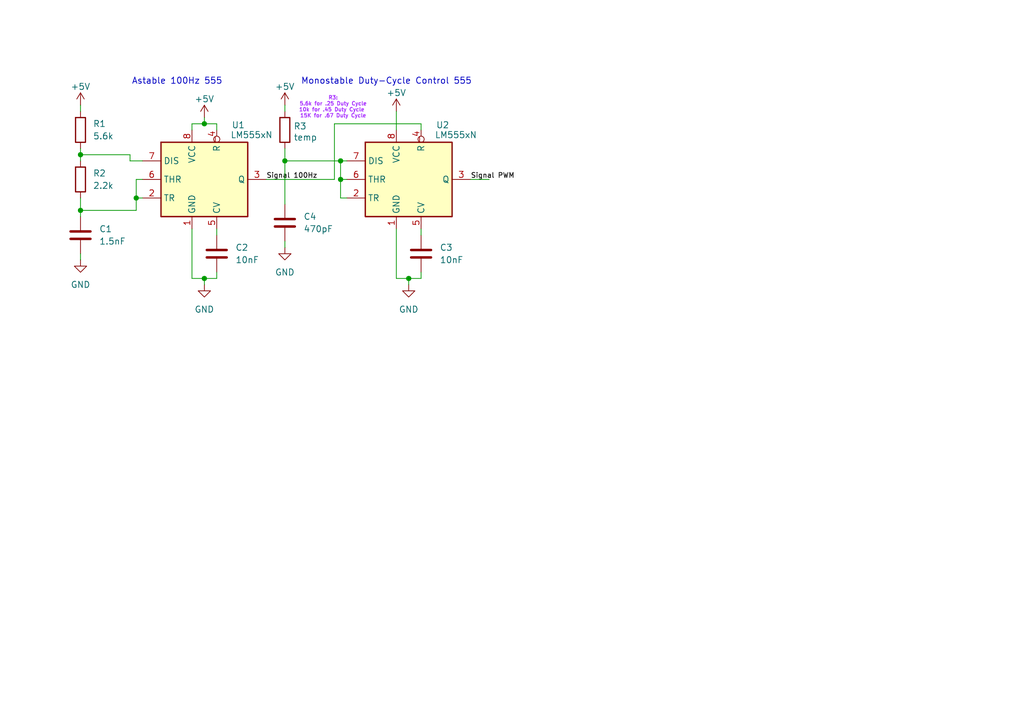
<source format=kicad_sch>
(kicad_sch (version 20250114) (generator "eeschema") (generator_version "9.0")
  (paper "A5")
  (title_block (title "Adjustable 555 PWM ") (date "2025-11-15") (company "Decker Electronics") (comment 1 "Iteration 1 ") (comment 2 "Iteration 2 "))
  (lib_symbols
    (symbol "Device:C" (pin_numbers (hide yes)) (pin_names (offset 0.254))
      (property "Reference" "C" (at 0.635 2.54 0))
      (property "Value" "C" (at 0.635 -2.54 0))
      (symbol "C_0_1"
        (polyline (pts (xy -2.032 0.762) (xy 2.032 0.762)) (stroke (width 0.508)))
        (polyline (pts (xy -2.032 -0.762) (xy 2.032 -0.762)) (stroke (width 0.508)))
      )
      (symbol "C_1_1"
        (pin passive line (at 0 3.81 270) (length 2.794) (name "~") (number "1"))
        (pin passive line (at 0 -3.81 90) (length 2.794) (name "~") (number "2"))
      )
    )
    (symbol "Device:R" (pin_numbers (hide yes)) (pin_names (offset 0))
      (property "Reference" "R" (at 2.032 0 90))
      (property "Value" "R" (at 0 0 90))
      (symbol "R_0_1"
        (rectangle (start -1.016 -2.54) (end 1.016 2.54) (stroke (width 0.254)))
      )
      (symbol "R_1_1"
        (pin passive line (at 0 3.81 270) (length 1.27) (name "~") (number "1"))
        (pin passive line (at 0 -3.81 90) (length 1.27) (name "~") (number "2"))
      )
    )
    (symbol "Timer:LM555xN"
      (property "Reference" "U1" (at 9.398 13.716 0))
      (property "Value" "LM555xN" (at 9.144 11.684 0))
      (symbol "LM555xN_0_0"
        (pin power_in line (at -2.54 10.16 270) (length 2.54) (name "VCC") (number "8"))
        (pin power_in line (at -2.54 -10.16 90) (length 2.54) (name "GND") (number "1"))
      )
      (symbol "LM555xN_0_1"
        (rectangle (start -8.89 -7.62) (end 8.89 7.62) (stroke (width 0.254)) (fill (type background)))
        (rectangle (start -8.89 -7.62) (end 8.89 7.62) (stroke (width 0.254)) (fill (type background)))
      )
      (symbol "LM555xN_1_1"
        (pin input line (at -12.7 3.81 0) (length 3.81) (name "DIS") (number "7"))
        (pin input line (at -12.7 0 0) (length 3.81) (name "THR") (number "6"))
        (pin input line (at -12.7 -3.81 0) (length 3.81) (name "TR") (number "2"))
        (pin input inverted (at 2.54 10.16 270) (length 2.54) (name "R") (number "_4"))
        (pin input line (at 2.54 -10.16 90) (length 2.54) (name "CV") (number "5"))
        (pin output line (at 12.7 0 180) (length 3.81) (name "Q") (number "3"))
      )
    )
    (symbol "power:GND" (power) (pin_numbers (hide yes)) (pin_names (offset 0) (hide yes))
      (property "Value" "GND" (at 0 -3.81 0))
      (symbol "GND_0_1"
        (polyline (pts (xy 0 0) (xy 0 -1.27) (xy 1.27 -1.27) (xy 0 -2.54) (xy -1.27 -1.27) (xy 0 -1.27)))
      )
      (symbol "GND_1_1"
        (pin power_in line (at 0 0 270) (length 0) (name "~") (number "1"))
      )
    )
    (symbol "power:VDC" (power) (pin_numbers (hide yes)) (pin_names (offset 0) (hide yes))
      (property "Value" "VDC" (at 0 3.556 0))
      (symbol "VDC_0_1"
        (polyline (pts (xy -0.762 1.27) (xy 0 2.54)))
        (polyline (pts (xy 0 2.54) (xy 0.762 1.27)))
        (polyline (pts (xy 0 0) (xy 0 2.54)))
      )
      (symbol "VDC_1_1"
        (pin power_in line (at 0 0 90) (length 0) (name "~") (number "1"))
      )
    )
  )
  (text "Astable 100Hz 555" (at 36.322 16.764 0) (effects (font (size 1.27 1.27))))
  (text "Monostable Duty-Cycle Control 555\n" (at 79.248 16.764 0) (effects (font (size 1.27 1.27))))
  (text "R3:\n5.6k for .25 Duty Cycle\n10k for .45 Duty Cycle \n15K for .67 Duty Cycle" (at 68.326 22.098 0) (effects (font (size 0.762 0.762))))
  (junction (at 16.51 43.18))
  (junction (at 27.94 40.64))
  (junction (at 41.91 57.15))
  (junction (at 16.51 31.75))
  (junction (at 41.91 25.4))
  (junction (at 58.42 33.02))
  (junction (at 69.85 36.83))
  (junction (at 69.85 33.02))
  (junction (at 83.82 57.15))
  (wire (pts (xy 16.51 43.18) (xy 16.51 44.45)))
  (wire (pts (xy 16.51 31.75) (xy 26.67 31.75)))
  (wire (pts (xy 41.91 57.15) (xy 44.45 57.15)))
  (wire (pts (xy 44.45 57.15) (xy 44.45 55.88)))
  (wire (pts (xy 16.51 52.07) (xy 16.51 53.34)))
  (wire (pts (xy 39.37 26.67) (xy 39.37 25.4)))
  (wire (pts (xy 58.42 30.48) (xy 58.42 33.02)))
  (wire (pts (xy 39.37 46.99) (xy 39.37 57.15)))
  (wire (pts (xy 26.67 33.02) (xy 29.21 33.02)))
  (wire (pts (xy 81.28 22.86) (xy 81.28 26.67)))
  (wire (pts (xy 58.42 49.53) (xy 58.42 50.8)))
  (wire (pts (xy 39.37 25.4) (xy 41.91 25.4)))
  (wire (pts (xy 83.82 57.15) (xy 83.82 58.42)))
  (wire (pts (xy 44.45 25.4) (xy 44.45 26.67)))
  (wire (pts (xy 58.42 33.02) (xy 58.42 41.91)))
  (wire (pts (xy 86.36 25.4) (xy 68.58 25.4)))
  (wire (pts (xy 27.94 43.18) (xy 27.94 40.64)))
  (wire (pts (xy 58.42 21.59) (xy 58.42 22.86)))
  (wire (pts (xy 16.51 30.48) (xy 16.51 31.75)))
  (wire (pts (xy 68.58 25.4) (xy 68.58 36.83)))
  (wire (pts (xy 83.82 57.15) (xy 86.36 57.15)))
  (wire (pts (xy 86.36 46.99) (xy 86.36 48.26)))
  (wire (pts (xy 69.85 36.83) (xy 69.85 33.02)))
  (wire (pts (xy 16.51 21.59) (xy 16.51 22.86)))
  (wire (pts (xy 71.12 36.83) (xy 69.85 36.83)))
  (wire (pts (xy 16.51 31.75) (xy 16.51 33.02)))
  (wire (pts (xy 41.91 24.13) (xy 41.91 25.4)))
  (wire (pts (xy 71.12 33.02) (xy 69.85 33.02)))
  (wire (pts (xy 54.61 36.83) (xy 68.58 36.83)))
  (wire (pts (xy 71.12 40.64) (xy 69.85 40.64)))
  (wire (pts (xy 41.91 57.15) (xy 41.91 58.42)))
  (wire (pts (xy 27.94 40.64) (xy 29.21 40.64)))
  (wire (pts (xy 16.51 40.64) (xy 16.51 43.18)))
  (wire (pts (xy 69.85 33.02) (xy 58.42 33.02)))
  (wire (pts (xy 29.21 36.83) (xy 27.94 36.83)))
  (wire (pts (xy 16.51 43.18) (xy 27.94 43.18)))
  (wire (pts (xy 41.91 25.4) (xy 44.45 25.4)))
  (wire (pts (xy 81.28 57.15) (xy 83.82 57.15)))
  (wire (pts (xy 81.28 46.99) (xy 81.28 57.15)))
  (wire (pts (xy 26.67 33.02) (xy 26.67 31.75)))
  (wire (pts (xy 86.36 26.67) (xy 86.36 25.4)))
  (wire (pts (xy 44.45 46.99) (xy 44.45 48.26)))
  (wire (pts (xy 27.94 36.83) (xy 27.94 40.64)))
  (wire (pts (xy 69.85 40.64) (xy 69.85 36.83)))
  (wire (pts (xy 39.37 57.15) (xy 41.91 57.15)))
  (wire (pts (xy 86.36 57.15) (xy 86.36 55.88)))
  (wire (pts (xy 96.52 36.83) (xy 100.33 36.83)))
  (label "Signal PWM" (at 96.52 36.83 0) (effects (font (size 1.016 1.016))))
  (label "Signal 100Hz" (at 54.61 36.83 0) (effects (font (size 1.016 1.016))))
  (symbol (lib_id "power:VDC") (at 58.42 21.59 0) (unit 1)
    (property "Reference" "#PWR07" (effects (hide yes)))
    (property "Value" "+5V" (at 58.42 17.78 0))
    (property "Description" "Power symbol creates a global label with name \"VDC\"" (effects (hide yes)))
  )
  (symbol (lib_id "Device:R") (at 16.51 36.83 0) (unit 1)
    (property "Reference" "R2" (at 19.05 35.5599 0) (effects (justify left)))
    (property "Value" "2.2k" (at 19.05 38.0999 0) (effects (justify left)))
    (property "Footprint" "Resistor_SMD:R_0201_0603Metric" (effects (hide yes)))
    (property "Description" "Resistor" (effects (hide yes)))
  )
  (symbol (lib_id "power:GND") (at 83.82 58.42 0) (unit 1)
    (property "Reference" "#PWR05" (effects (hide yes)))
    (property "Value" "GND" (at 83.82 63.5 0))
    (property "Description" "Power symbol creates a global label with name \"GND\" , ground" (effects (hide yes)))
  )
  (symbol (lib_id "power:GND") (at 16.51 53.34 0) (unit 1)
    (property "Reference" "#PWR02" (effects (hide yes)))
    (property "Value" "GND" (at 16.51 58.42 0))
    (property "Description" "Power symbol creates a global label with name \"GND\" , ground" (effects (hide yes)))
  )
  (symbol (lib_id "Timer:LM555xN") (at 83.82 36.83 0) (unit 1)
    (property "Reference" "U2" (at 89.408 25.654 0) (effects (justify left)))
    (property "Value" "LM555xN" (at 89.154 27.686 0) (effects (justify left)))
    (property "Footprint" "Package_DIP:DIP-8_W7.62mm" (effects (hide yes)))
    (property "Datasheet" "http://www.ti.com/lit/ds/symlink/lm555.pdf" (effects (hide yes)))
    (property "Description" "Timer, 555 compatible, PDIP-8" (effects (hide yes)))
  )
  (symbol (lib_id "Device:C") (at 44.45 52.07 0) (unit 1)
    (property "Reference" "C2" (at 48.26 50.7999 0) (effects (justify left)))
    (property "Value" "10nF" (at 48.26 53.3399 0) (effects (justify left)))
    (property "Footprint" "Capacitor_SMD:C_0201_0603Metric" (effects (hide yes)))
    (property "Description" "Unpolarized capacitor" (effects (hide yes)))
  )
  (symbol (lib_id "power:GND") (at 41.91 58.42 0) (unit 1)
    (property "Reference" "#PWR01" (effects (hide yes)))
    (property "Value" "GND" (at 41.91 63.5 0))
    (property "Description" "Power symbol creates a global label with name \"GND\" , ground" (effects (hide yes)))
  )
  (symbol (lib_id "power:VDC") (at 41.91 24.13 0) (unit 1)
    (property "Reference" "#PWR04" (effects (hide yes)))
    (property "Value" "+5V" (at 41.91 20.32 0))
    (property "Description" "Power symbol creates a global label with name \"VDC\"" (effects (hide yes)))
  )
  (symbol (lib_id "Device:R") (at 16.51 26.67 0) (unit 1)
    (property "Reference" "R1" (at 19.05 25.3999 0) (effects (justify left)))
    (property "Value" "5.6k" (at 19.05 27.9399 0) (effects (justify left)))
    (property "Footprint" "Resistor_SMD:R_0201_0603Metric" (effects (hide yes)))
    (property "Description" "Resistor" (effects (hide yes)))
  )
  (symbol (lib_id "Device:C") (at 58.42 45.72 0) (unit 1)
    (property "Reference" "C4" (at 62.23 44.4499 0) (effects (justify left)))
    (property "Value" "470pF" (at 62.23 46.9899 0) (effects (justify left)))
    (property "Footprint" "Capacitor_SMD:C_0201_0603Metric" (effects (hide yes)))
    (property "Description" "Unpolarized capacitor" (effects (hide yes)))
  )
  (symbol (lib_id "power:GND") (at 58.42 50.8 0) (unit 1)
    (property "Reference" "#PWR08" (effects (hide yes)))
    (property "Value" "GND" (at 58.42 55.88 0))
    (property "Description" "Power symbol creates a global label with name \"GND\" , ground" (effects (hide yes)))
  )
  (symbol (lib_id "power:VDC") (at 81.28 22.86 0) (unit 1)
    (property "Reference" "#PWR06" (effects (hide yes)))
    (property "Value" "+5V" (at 81.28 19.05 0))
    (property "Description" "Power symbol creates a global label with name \"VDC\"" (effects (hide yes)))
  )
  (symbol (lib_id "power:VDC") (at 16.51 21.59 0) (unit 1)
    (property "Reference" "#PWR03" (effects (hide yes)))
    (property "Value" "+5V" (at 16.51 17.78 0))
    (property "Description" "Power symbol creates a global label with name \"VDC\"" (effects (hide yes)))
  )
  (symbol (lib_id "Device:R") (at 58.42 26.67 0) (unit 1)
    (property "Reference" "R3" (at 60.198 25.908 0) (effects (justify left)))
    (property "Value" "temp" (at 60.198 28.194 0) (effects (justify left)))
    (property "Footprint" "Resistor_SMD:R_0201_0603Metric" (effects (hide yes)))
    (property "Description" "will be replace with DAC" (effects (hide yes)))
  )
  (symbol (lib_id "Timer:LM555xN") (at 41.91 36.83 0) (unit 1)
    (property "Reference" "U1" (at 47.498 25.654 0) (effects (justify left)))
    (property "Value" "LM555xN" (at 47.244 27.686 0) (effects (justify left)))
    (property "Footprint" "Package_DIP:DIP-8_W7.62mm" (effects (hide yes)))
    (property "Datasheet" "http://www.ti.com/lit/ds/symlink/lm555.pdf" (effects (hide yes)))
    (property "Description" "Timer, 555 compatible, PDIP-8" (effects (hide yes)))
  )
  (symbol (lib_id "Device:C") (at 86.36 52.07 0) (unit 1)
    (property "Reference" "C3" (at 90.17 50.7999 0) (effects (justify left)))
    (property "Value" "10nF" (at 90.17 53.3399 0) (effects (justify left)))
    (property "Footprint" "Capacitor_SMD:C_0201_0603Metric" (effects (hide yes)))
    (property "Description" "Unpolarized capacitor" (effects (hide yes)))
  )
  (symbol (lib_id "Device:C") (at 16.51 48.26 0) (unit 1)
    (property "Reference" "C1" (at 20.32 46.9899 0) (effects (justify left)))
    (property "Value" "1.5nF" (at 20.32 49.5299 0) (effects (justify left)))
    (property "Footprint" "Capacitor_SMD:C_0201_0603Metric" (effects (hide yes)))
    (property "Description" "Unpolarized capacitor" (effects (hide yes)))
  )
)
</source>
